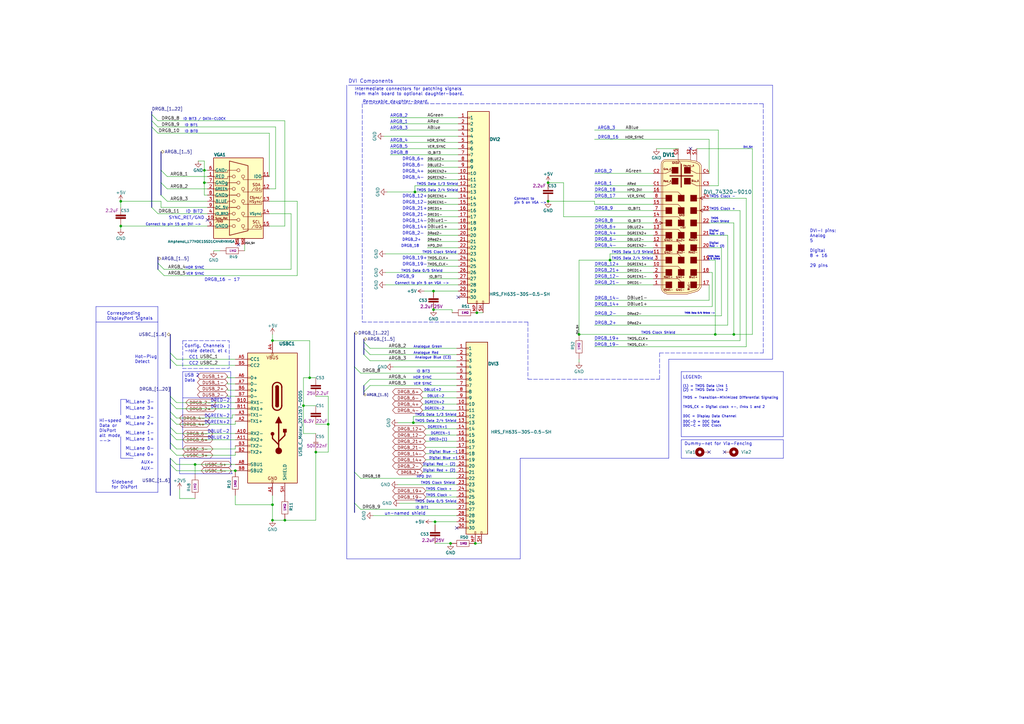
<source format=kicad_sch>
(kicad_sch (version 20230121) (generator eeschema)
  (paper "A3")
  (title_block (title "Open SVGA") (rev "0.14") (comment 1 "Copyright DoomN00b"))
  (junction (at 83.82 69.85))
  (junction (at 127 154.94))
  (junction (at 170.18 78.74))
  (junction (at 224.79 82.55))
  (junction (at 224.79 74.93))
  (junction (at 250.19 106.68))
  (junction (at 49.53 82.55))
  (junction (at 116.84 213.36))
  (junction (at 111.76 213.36))
  (junction (at 124.46 166.37))
  (junction (at 184.785 222.885))
  (junction (at 194.945 222.885))
  (junction (at 169.545 173.355))
  (junction (at 195.58 128.27))
  (junction (at 111.76 139.7))
  (junction (at 300.99 137.16))
  (junction (at 177.8 127))
  (junction (at 237.49 137.16))
  (junction (at 178.435 213.995))
  (junction (at 96.52 193.04))
  (junction (at 49.53 92.71))
  (junction (at 111.76 207.01))
  (junction (at 80.01 190.5))
  (junction (at 83.82 74.93))
  (junction (at 134.62 173.99))
  (junction (at 129.54 185.42))
  (junction (at 177.8 119.38))
  (junction (at 293.37 137.16))
  (no_connect (at 97.79 100.33))
  (no_connect (at 290.83 185.42))
  (no_connect (at 283.21 60.96))
  (no_connect (at 85.09 90.17))
  (no_connect (at 187.96 121.92))
  (no_connect (at 297.18 185.42))
  (no_connect (at 187.325 216.535))
  (bus_entry (at 69.85 171.45) (size 2.54 2.54))
  (bus_entry (at 64.77 52.07) (size -2.54 -2.54))
  (bus_entry (at 145.415 206.375) (size 2.54 2.54))
  (bus_entry (at 69.85 168.91) (size 2.54 2.54))
  (bus_entry (at 69.85 190.5) (size 2.54 2.54))
  (bus_entry (at 69.85 165.1) (size 2.54 2.54))
  (bus_entry (at 69.85 175.26) (size 2.54 2.54))
  (bus_entry (at 68.58 82.55) (size -2.54 -2.54))
  (bus_entry (at 62.23 46.99) (size 2.54 2.54))
  (bus_entry (at 64.77 87.63) (size -2.54 -2.54))
  (bus_entry (at 69.85 177.8) (size 2.54 2.54))
  (bus_entry (at 69.85 187.96) (size 2.54 2.54))
  (bus_entry (at 149.225 145.415) (size 2.54 2.54))
  (bus_entry (at 69.85 162.56) (size 2.54 2.54))
  (bus_entry (at 145.415 150.495) (size 2.54 2.54))
  (bus_entry (at 149.225 158.115) (size 2.54 -2.54))
  (bus_entry (at 69.85 147.32) (size 2.54 2.54))
  (bus_entry (at 64.77 107.95) (size 2.54 2.54))
  (bus_entry (at 64.77 110.49) (size 2.54 2.54))
  (bus_entry (at 145.415 193.675) (size 2.54 2.54))
  (bus_entry (at 69.85 144.78) (size 2.54 2.54))
  (bus_entry (at 149.225 160.655) (size 2.54 -2.54))
  (bus_entry (at 68.58 72.39) (size -2.54 -2.54))
  (bus_entry (at 149.225 142.875) (size 2.54 2.54))
  (bus_entry (at 64.77 54.61) (size -2.54 -2.54))
  (bus_entry (at 69.85 184.15) (size 2.54 2.54))
  (bus_entry (at 149.225 140.335) (size 2.54 2.54))
  (bus_entry (at 69.85 181.61) (size 2.54 2.54))
  (bus_entry (at 68.58 77.47) (size -2.54 -2.54))
  (wire (pts (xy 177.165 213.995) (xy 178.435 213.995)))
  (wire (pts (xy 80.01 194.31) (xy 80.01 190.5)))
  (wire (pts (xy 85.09 80.01) (xy 83.82 80.01)))
  (wire (pts (xy 292.1 111.76) (xy 292.1 125.73)))
  (wire (pts (xy 237.49 148.59) (xy 237.49 147.32)))
  (wire (pts (xy 237.49 106.68) (xy 237.49 137.16)))
  (wire (pts (xy 175.895 114.3) (xy 187.96 114.3)))
  (bus (pts (xy 145.415 136.525) (xy 145.415 150.495)))
  (wire (pts (xy 175.26 93.98) (xy 187.96 93.98)))
  (bus (pts (xy 69.85 165.1) (xy 69.85 168.91)))
  (polyline (pts (xy 321.31 180.34) (xy 321.31 187.96)))
  (wire (pts (xy 151.765 155.575) (xy 187.325 155.575)))
  (wire (pts (xy 298.45 96.52) (xy 298.45 133.35)))
  (bus (pts (xy 69.85 158.75) (xy 69.85 162.56)))
  (polyline (pts (xy 216.535 132.08) (xy 216.535 155.575)) (stroke (width 0) (type dash)))
  (wire (pts (xy 161.29 150.495) (xy 187.325 150.495)))
  (wire (pts (xy 160.02 58.42) (xy 187.96 58.42)))
  (wire (pts (xy 224.79 74.93) (xy 231.14 74.93)))
  (wire (pts (xy 175.26 96.52) (xy 187.96 96.52)))
  (wire (pts (xy 110.49 72.39) (xy 110.49 54.61)))
  (wire (pts (xy 49.53 92.71) (xy 85.09 92.71)))
  (wire (pts (xy 111.76 207.01) (xy 111.76 203.2)))
  (wire (pts (xy 68.58 72.39) (xy 85.09 72.39)))
  (wire (pts (xy 293.37 137.16) (xy 300.99 137.16)))
  (wire (pts (xy 80.01 204.47) (xy 73.66 204.47)))
  (wire (pts (xy 243.84 111.76) (xy 267.97 111.76)))
  (wire (pts (xy 72.39 190.5) (xy 80.01 190.5)))
  (wire (pts (xy 243.84 93.98) (xy 267.97 93.98)))
  (wire (pts (xy 173.355 193.675) (xy 187.325 193.675)))
  (wire (pts (xy 96.52 185.42) (xy 96.52 186.69)))
  (polyline (pts (xy 216.535 155.575) (xy 270.51 155.575)) (stroke (width 0) (type dash)))
  (wire (pts (xy 178.435 213.995) (xy 187.325 213.995)))
  (wire (pts (xy 85.09 85.09) (xy 66.04 85.09)))
  (wire (pts (xy 129.54 162.56) (xy 134.62 162.56)))
  (wire (pts (xy 187.325 206.375) (xy 163.83 206.375)))
  (wire (pts (xy 195.58 128.27) (xy 198.12 128.27)))
  (wire (pts (xy 243.84 125.73) (xy 292.1 125.73)))
  (bus (pts (xy 69.85 177.8) (xy 69.85 181.61)))
  (wire (pts (xy 175.26 91.44) (xy 187.96 91.44)))
  (polyline (pts (xy 148.59 132.08) (xy 216.535 132.08)) (stroke (width 0) (type dash)))
  (wire (pts (xy 231.14 88.9) (xy 267.97 88.9)))
  (wire (pts (xy 175.26 71.12) (xy 187.96 71.12)))
  (wire (pts (xy 111.76 137.16) (xy 111.76 139.7)))
  (wire (pts (xy 290.83 91.44) (xy 300.99 91.44)))
  (wire (pts (xy 243.84 81.28) (xy 267.97 81.28)))
  (wire (pts (xy 187.325 198.755) (xy 163.195 198.755)))
  (wire (pts (xy 243.84 86.36) (xy 267.97 86.36)))
  (wire (pts (xy 243.84 53.34) (xy 294.64 53.34)))
  (wire (pts (xy 72.39 147.32) (xy 96.52 147.32)))
  (polyline (pts (xy 270.51 144.78) (xy 313.055 144.78)) (stroke (width 0) (type dash)))
  (wire (pts (xy 147.955 153.035) (xy 187.325 153.035)))
  (bus (pts (xy 69.85 162.56) (xy 69.85 165.1)))
  (bus (pts (xy 69.85 181.61) (xy 69.85 184.15)))
  (wire (pts (xy 96.52 173.99) (xy 96.52 172.72)))
  (wire (pts (xy 185.42 127) (xy 185.42 128.27)))
  (wire (pts (xy 243.84 109.22) (xy 267.97 109.22)))
  (bus (pts (xy 149.225 160.655) (xy 149.225 161.925)))
  (polyline (pts (xy 279.4 179.07) (xy 321.31 179.07)))
  (bus (pts (xy 69.85 168.91) (xy 69.85 171.45)))
  (wire (pts (xy 175.26 99.06) (xy 187.96 99.06)))
  (polyline (pts (xy 316.865 147.32) (xy 316.865 34.925)))
  (wire (pts (xy 170.18 78.74) (xy 187.96 78.74)))
  (wire (pts (xy 64.77 49.53) (xy 116.84 49.53)))
  (bus (pts (xy 64.77 107.95) (xy 64.77 110.49)))
  (wire (pts (xy 111.76 139.7) (xy 127 139.7)))
  (wire (pts (xy 119.38 110.49) (xy 67.31 110.49)))
  (wire (pts (xy 124.46 154.94) (xy 124.46 166.37)))
  (bus (pts (xy 62.23 52.07) (xy 62.23 85.09)))
  (polyline (pts (xy 95.25 194.31) (xy 73.66 194.31)))
  (wire (pts (xy 95.25 171.45) (xy 95.25 170.18)))
  (wire (pts (xy 243.84 83.82) (xy 243.84 82.55)))
  (wire (pts (xy 113.03 77.47) (xy 113.03 52.07)))
  (wire (pts (xy 124.46 166.37) (xy 129.54 166.37)))
  (bus (pts (xy 149.225 142.875) (xy 149.225 145.415)))
  (wire (pts (xy 174.625 203.835) (xy 187.325 203.835)))
  (wire (pts (xy 72.39 173.99) (xy 96.52 173.99)))
  (wire (pts (xy 187.325 180.975) (xy 174.625 180.975)))
  (polyline (pts (xy 74.93 163.195) (xy 94.615 163.195)))
  (bus (pts (xy 149.225 158.115) (xy 149.225 160.655)))
  (wire (pts (xy 83.82 66.04) (xy 83.82 69.85)))
  (wire (pts (xy 96.52 182.88) (xy 96.52 184.15)))
  (wire (pts (xy 308.61 137.16) (xy 300.99 137.16)))
  (polyline (pts (xy 321.31 187.96) (xy 279.4 187.96)))
  (wire (pts (xy 243.84 76.2) (xy 267.97 76.2)))
  (wire (pts (xy 187.325 178.435) (xy 174.625 178.435)))
  (wire (pts (xy 124.46 166.37) (xy 124.46 177.8)))
  (bus (pts (xy 62.23 45.72) (xy 62.23 46.99)))
  (wire (pts (xy 173.355 168.275) (xy 187.325 168.275)))
  (wire (pts (xy 290.83 76.2) (xy 294.64 76.2)))
  (bus (pts (xy 145.415 150.495) (xy 145.415 193.675)))
  (polyline (pts (xy 142.875 34.925) (xy 316.865 34.925)))
  (wire (pts (xy 93.345 162.56) (xy 96.52 162.56)))
  (wire (pts (xy 93.345 160.02) (xy 96.52 160.02)))
  (polyline (pts (xy 39.37 125.73) (xy 64.77 125.73)))
  (wire (pts (xy 129.54 154.94) (xy 127 154.94)))
  (polyline (pts (xy 39.37 201.93) (xy 39.37 125.73)))
  (polyline (pts (xy 52.07 163.83) (xy 49.53 163.83)))
  (wire (pts (xy 173.355 191.135) (xy 187.325 191.135)))
  (wire (pts (xy 290.83 81.28) (xy 306.07 81.28)))
  (wire (pts (xy 116.84 213.36) (xy 129.54 213.36)))
  (polyline (pts (xy 313.055 144.78) (xy 313.055 42.545)) (stroke (width 0) (type dash)))
  (wire (pts (xy 187.96 104.14) (xy 158.115 104.14)))
  (wire (pts (xy 187.325 183.515) (xy 174.625 183.515)))
  (wire (pts (xy 293.37 106.68) (xy 293.37 137.16)))
  (wire (pts (xy 160.02 53.34) (xy 187.96 53.34)))
  (wire (pts (xy 134.62 162.56) (xy 134.62 173.99)))
  (bus (pts (xy 69.85 187.96) (xy 69.85 190.5)))
  (bus (pts (xy 69.85 175.26) (xy 69.85 177.8)))
  (wire (pts (xy 157.48 55.88) (xy 187.96 55.88)))
  (wire (pts (xy 243.84 82.55) (xy 224.79 82.55)))
  (bus (pts (xy 145.415 206.375) (xy 145.415 210.185)))
  (wire (pts (xy 243.84 133.35) (xy 298.45 133.35)))
  (polyline (pts (xy 313.055 42.545) (xy 148.59 42.545)) (stroke (width 0) (type dash)))
  (wire (pts (xy 243.84 142.24) (xy 306.07 142.24)))
  (wire (pts (xy 147.955 196.215) (xy 187.325 196.215)))
  (wire (pts (xy 93.345 159.385) (xy 93.345 160.02)))
  (polyline (pts (xy 73.66 187.96) (xy 94.615 187.96)))
  (wire (pts (xy 243.84 83.82) (xy 267.97 83.82)))
  (wire (pts (xy 187.96 116.84) (xy 158.115 116.84)))
  (wire (pts (xy 308.61 60.96) (xy 308.61 137.16)))
  (wire (pts (xy 100.33 100.33) (xy 100.33 102.87)))
  (wire (pts (xy 173.355 163.195) (xy 187.325 163.195)))
  (wire (pts (xy 250.19 106.68) (xy 267.97 106.68)))
  (bus (pts (xy 69.85 144.78) (xy 69.85 147.32)))
  (polyline (pts (xy 142.24 34.925) (xy 142.24 229.235)))
  (wire (pts (xy 290.83 96.52) (xy 298.45 96.52)))
  (wire (pts (xy 121.92 113.03) (xy 67.31 113.03)))
  (wire (pts (xy 93.345 161.925) (xy 93.345 162.56)))
  (wire (pts (xy 111.76 213.36) (xy 111.76 207.01)))
  (wire (pts (xy 134.62 173.99) (xy 129.54 173.99)))
  (wire (pts (xy 250.19 104.14) (xy 267.97 104.14)))
  (wire (pts (xy 174.625 201.295) (xy 187.325 201.295)))
  (bus (pts (xy 149.225 139.065) (xy 149.225 140.335)))
  (wire (pts (xy 306.07 81.28) (xy 306.07 142.24)))
  (polyline (pts (xy 274.32 187.96) (xy 274.32 147.32)))
  (wire (pts (xy 175.26 68.58) (xy 187.96 68.58)))
  (wire (pts (xy 187.96 83.82) (xy 175.26 83.82)))
  (wire (pts (xy 127 154.94) (xy 124.46 154.94)))
  (wire (pts (xy 49.53 82.55) (xy 49.53 85.09)))
  (wire (pts (xy 187.96 86.36) (xy 175.26 86.36)))
  (wire (pts (xy 93.345 154.305) (xy 93.345 154.94)))
  (wire (pts (xy 177.8 119.38) (xy 187.96 119.38)))
  (wire (pts (xy 243.84 116.84) (xy 267.97 116.84)))
  (wire (pts (xy 173.355 165.735) (xy 187.325 165.735)))
  (wire (pts (xy 175.26 109.22) (xy 187.96 109.22)))
  (wire (pts (xy 151.765 145.415) (xy 187.325 145.415)))
  (wire (pts (xy 187.325 175.895) (xy 174.625 175.895)))
  (polyline (pts (xy 39.37 201.93) (xy 64.77 201.93)))
  (wire (pts (xy 290.83 116.84) (xy 290.83 123.19)))
  (wire (pts (xy 158.75 78.74) (xy 170.18 78.74)))
  (wire (pts (xy 127 139.7) (xy 127 154.94)))
  (wire (pts (xy 160.02 60.96) (xy 187.96 60.96)))
  (wire (pts (xy 175.26 101.6) (xy 187.96 101.6)))
  (wire (pts (xy 243.84 101.6) (xy 267.97 101.6)))
  (wire (pts (xy 187.325 158.115) (xy 151.765 158.115)))
  (polyline (pts (xy 94.615 152.4) (xy 74.93 152.4)))
  (polyline (pts (xy 49.53 163.83) (xy 49.53 170.18)))
  (wire (pts (xy 134.62 173.99) (xy 134.62 185.42)))
  (polyline (pts (xy 64.77 201.93) (xy 64.77 125.73)))
  (bus (pts (xy 66.04 74.93) (xy 66.04 80.01)))
  (wire (pts (xy 151.765 142.875) (xy 187.325 142.875)))
  (wire (pts (xy 294.64 76.2) (xy 294.64 53.34)))
  (bus (pts (xy 69.85 137.16) (xy 69.85 144.78)))
  (wire (pts (xy 169.545 173.355) (xy 187.325 173.355)))
  (wire (pts (xy 237.49 106.68) (xy 250.19 106.68)))
  (wire (pts (xy 160.02 63.5) (xy 187.96 63.5)))
  (wire (pts (xy 111.76 213.36) (xy 116.84 213.36)))
  (wire (pts (xy 231.14 74.93) (xy 231.14 88.9)))
  (polyline (pts (xy 279.4 152.4) (xy 321.31 152.4)))
  (wire (pts (xy 72.39 184.15) (xy 96.52 184.15)))
  (wire (pts (xy 68.58 77.47) (xy 85.09 77.47)))
  (wire (pts (xy 72.39 180.34) (xy 96.52 180.34)))
  (wire (pts (xy 250.19 104.14) (xy 250.19 106.68)))
  (wire (pts (xy 129.54 213.36) (xy 129.54 185.42)))
  (polyline (pts (xy 148.59 42.545) (xy 148.59 132.08)) (stroke (width 0) (type dash)))
  (wire (pts (xy 290.83 86.36) (xy 303.53 86.36)))
  (polyline (pts (xy 279.4 152.4) (xy 279.4 179.07)))
  (wire (pts (xy 194.945 222.885) (xy 197.485 222.885)))
  (polyline (pts (xy 213.36 229.235) (xy 213.36 187.96)))
  (wire (pts (xy 290.83 71.12) (xy 290.83 57.15)))
  (wire (pts (xy 96.52 207.01) (xy 96.52 203.2)))
  (wire (pts (xy 134.62 185.42) (xy 129.54 185.42)))
  (polyline (pts (xy 142.24 229.235) (xy 213.36 229.235)))
  (wire (pts (xy 243.84 71.12) (xy 267.97 71.12)))
  (wire (pts (xy 110.49 82.55) (xy 121.92 82.55)))
  (wire (pts (xy 96.52 207.01) (xy 111.76 207.01)))
  (bus (pts (xy 69.85 171.45) (xy 69.85 175.26)))
  (bus (pts (xy 145.415 193.675) (xy 145.415 206.375)))
  (wire (pts (xy 64.77 87.63) (xy 85.09 87.63)))
  (wire (pts (xy 110.49 92.71) (xy 116.84 92.71)))
  (wire (pts (xy 72.39 186.69) (xy 96.52 186.69)))
  (wire (pts (xy 124.46 177.8) (xy 129.54 177.8)))
  (wire (pts (xy 110.49 87.63) (xy 119.38 87.63)))
  (wire (pts (xy 175.26 81.28) (xy 187.96 81.28)))
  (wire (pts (xy 72.39 149.86) (xy 96.52 149.86)))
  (bus (pts (xy 62.23 46.99) (xy 62.23 49.53)))
  (wire (pts (xy 170.18 76.2) (xy 170.18 78.74)))
  (wire (pts (xy 175.26 73.66) (xy 187.96 73.66)))
  (polyline (pts (xy 270.51 155.575) (xy 270.51 144.78)) (stroke (width 0) (type dash)))
  (wire (pts (xy 169.545 170.815) (xy 169.545 173.355)))
  (wire (pts (xy 243.84 139.7) (xy 303.53 139.7)))
  (wire (pts (xy 187.325 211.455) (xy 153.035 211.455)))
  (wire (pts (xy 64.77 54.61) (xy 110.49 54.61)))
  (polyline (pts (xy 49.53 187.96) (xy 49.53 179.07)))
  (polyline (pts (xy 321.31 152.4) (xy 321.31 179.07)))
  (wire (pts (xy 93.345 156.845) (xy 93.345 157.48)))
  (wire (pts (xy 116.84 92.71) (xy 116.84 49.53)))
  (wire (pts (xy 121.92 82.55) (xy 121.92 113.03)))
  (polyline (pts (xy 74.93 152.4) (xy 74.93 184.15)))
  (wire (pts (xy 80.01 190.5) (xy 96.52 190.5)))
  (bus (pts (xy 69.85 147.32) (xy 69.85 151.13)))
  (wire (pts (xy 119.38 87.63) (xy 119.38 110.49)))
  (wire (pts (xy 66.04 85.09) (xy 66.04 82.55)))
  (wire (pts (xy 175.26 106.68) (xy 187.96 106.68)))
  (wire (pts (xy 237.49 137.16) (xy 293.37 137.16)))
  (wire (pts (xy 72.39 177.8) (xy 96.52 177.8)))
  (wire (pts (xy 160.02 50.8) (xy 187.96 50.8)))
  (wire (pts (xy 49.53 82.55) (xy 66.04 82.55)))
  (polyline (pts (xy 73.66 194.31) (xy 73.66 187.96)))
  (wire (pts (xy 93.345 157.48) (xy 96.52 157.48)))
  (wire (pts (xy 73.66 204.47) (xy 73.66 200.66)))
  (wire (pts (xy 64.77 52.07) (xy 113.03 52.07)))
  (wire (pts (xy 303.53 86.36) (xy 303.53 139.7)))
  (polyline (pts (xy 279.4 187.96) (xy 279.4 180.34)))
  (polyline (pts (xy 94.615 191.77) (xy 94.615 162.56)))
  (wire (pts (xy 151.765 147.955) (xy 187.325 147.955)))
  (wire (pts (xy 173.99 119.38) (xy 177.8 119.38)))
  (wire (pts (xy 243.84 96.52) (xy 267.97 96.52)))
  (polyline (pts (xy 274.32 147.32) (xy 316.865 147.32)))
  (wire (pts (xy 300.99 91.44) (xy 300.99 137.16)))
  (bus (pts (xy 66.04 69.85) (xy 66.04 74.93)))
  (wire (pts (xy 147.955 208.915) (xy 187.325 208.915)))
  (polyline (pts (xy 279.4 180.34) (xy 321.31 180.34)))
  (polyline (pts (xy 94.615 162.56) (xy 94.615 152.4)))
  (wire (pts (xy 173.355 160.655) (xy 187.325 160.655)))
  (wire (pts (xy 243.84 114.3) (xy 267.97 114.3)))
  (wire (pts (xy 49.53 92.71) (xy 49.53 93.98)))
  (wire (pts (xy 93.345 154.94) (xy 96.52 154.94)))
  (polyline (pts (xy 39.37 132.08) (xy 64.77 132.08)))
  (wire (pts (xy 243.84 78.74) (xy 267.97 78.74)))
  (wire (pts (xy 163.195 173.355) (xy 169.545 173.355)))
  (wire (pts (xy 187.96 88.9) (xy 175.26 88.9)))
  (wire (pts (xy 295.91 101.6) (xy 295.91 129.54)))
  (wire (pts (xy 174.625 186.055) (xy 187.325 186.055)))
  (wire (pts (xy 177.8 127) (xy 185.42 127)))
  (wire (pts (xy 243.84 129.54) (xy 295.91 129.54)))
  (wire (pts (xy 243.84 91.44) (xy 267.97 91.44)))
  (bus (pts (xy 69.85 190.5) (xy 69.85 203.2)))
  (wire (pts (xy 174.625 188.595) (xy 187.325 188.595)))
  (wire (pts (xy 85.09 74.93) (xy 83.82 74.93)))
  (wire (pts (xy 175.26 66.04) (xy 187.96 66.04)))
  (bus (pts (xy 149.225 140.335) (xy 149.225 142.875)))
  (wire (pts (xy 113.03 77.47) (xy 110.49 77.47)))
  (wire (pts (xy 170.18 76.2) (xy 187.96 76.2)))
  (polyline (pts (xy 94.615 193.04) (xy 95.25 194.31)))
  (wire (pts (xy 243.84 123.19) (xy 290.83 123.19)))
  (wire (pts (xy 187.96 111.76) (xy 158.115 111.76)))
  (wire (pts (xy 285.75 60.96) (xy 308.61 60.96)))
  (wire (pts (xy 83.82 80.01) (xy 83.82 74.93)))
  (wire (pts (xy 178.435 213.995) (xy 178.435 215.265)))
  (wire (pts (xy 169.545 170.815) (xy 187.325 170.815)))
  (wire (pts (xy 85.09 69.85) (xy 83.82 69.85)))
  (wire (pts (xy 243.84 57.15) (xy 290.83 57.15)))
  (wire (pts (xy 160.02 48.26) (xy 187.96 48.26)))
  (wire (pts (xy 72.39 167.64) (xy 96.52 167.64)))
  (wire (pts (xy 243.84 99.06) (xy 267.97 99.06)))
  (wire (pts (xy 290.83 101.6) (xy 295.91 101.6)))
  (bus (pts (xy 66.04 62.23) (xy 66.04 69.85)))
  (wire (pts (xy 269.24 60.96) (xy 278.13 60.96)))
  (bus (pts (xy 64.77 105.41) (xy 64.77 107.95)))
  (wire (pts (xy 290.83 111.76) (xy 292.1 111.76)))
  (wire (pts (xy 68.58 82.55) (xy 85.09 82.55)))
  (wire (pts (xy 90.17 102.87) (xy 87.63 102.87)))
  (wire (pts (xy 290.83 106.68) (xy 293.37 106.68)))
  (wire (pts (xy 72.39 193.04) (xy 96.52 193.04)))
  (bus (pts (xy 62.23 49.53) (xy 62.23 52.07)))
  (polyline (pts (xy 213.36 187.96) (xy 274.32 187.96)))
  (wire (pts (xy 72.39 171.45) (xy 95.25 171.45)))
  (wire (pts (xy 81.28 66.04) (xy 83.82 66.04)))
  (wire (pts (xy 72.39 165.1) (xy 96.52 165.1)))
  (polyline (pts (xy 54.61 187.96) (xy 49.53 187.96)))
  (wire (pts (xy 178.435 222.885) (xy 184.785 222.885)))
  (wire (pts (xy 83.82 74.93) (xy 83.82 69.85)))
  (wire (pts (xy 95.25 170.18) (xy 96.52 170.18)))
  (rectangle (start 74.93 139.7) (end 93.98 151.13) (stroke (width 0) (type dash)))
  (text "DRGB_4-" (at 173.99 73.66 0) (effects (font (size 1.27 1.27)) (justify right bottom)))
  (text "DRED+2" (at 86.36 167.64 0) (effects (font (size 1.27 1.27)) (justify left bottom)))
  (text "DRGB_19+" (at 254 139.7 0) (effects (font (size 1.27 1.27)) (justify right bottom)))
  (text "DRGB_18" (at 164.465 101.6 0) (effects (font (size 1.0922 1.0922)) (justify left bottom)))
  (text "DRGB_21+" (at 243.84 111.76 0) (effects (font (size 1.27 1.27)) (justify left bottom)))
  (text "ID BIT2" (at 76.2 87.63 0) (effects (font (size 1.27 1.27)) (justify left bottom)))
  (text "DRGB_12-" (at 175.26 83.82 0) (effects (font (size 1.27 1.27)) (justify right bottom)))
  (text "DGREEN+1" (at 183.515 175.895 0) (effects (font (size 0.9906 0.9906)) (justify right bottom)))
  (text "DRGB_19-" (at 254 142.24 0) (effects (font (size 1.27 1.27)) (justify right bottom)))
  (text "Intermediate connectors for patching signals \nfrom main board to optional daughter-board." (at 145.415 39.37 0) (effects (font (size 1.27 1.27)) (justify left bottom)))
  (text "Hot-Plug \nDetect" (at 55.245 149.225 0) (effects (font (size 1.27 1.27)) (justify left bottom)))
  (text "DRGB_8" (at 160.02 63.5 0) (effects (font (size 1.27 1.27)) (justify left bottom)))
  (text "DRGB_8" (at 251.46 91.44 0) (effects (font (size 1.27 1.27)) (justify right bottom)))
  (text "TMDS Data 1/3 Shield" (at 250.825 104.14 0) (effects (font (size 0.9906 0.9906)) (justify left bottom)))
  (text "DGREEN-1" (at 184.785 178.435 0) (effects (font (size 0.9906 0.9906)) (justify right bottom)))
  (text "Hi-speed \nData or \nDisPort \nalt mode\n-->" (at 40.64 181.61 0) (effects (font (size 1.27 1.27)) (justify left bottom)))
  (text "ML_Lane 2-" (at 51.435 172.085 0) (effects (font (size 1.27 1.27)) (justify left bottom)))
  (text "AUX+" (at 57.785 190.5 0) (effects (font (size 1.27 1.27)) (justify left bottom)))
  (text "DVI Components" (at 142.875 34.29 0) (effects (font (size 1.4986 1.4986)) (justify left bottom)))
  (text "DRGB_6-" (at 173.99 68.58 0) (effects (font (size 1.27 1.27)) (justify right bottom)))
  (text "DBLUE+2" (at 180.975 160.655 0) (effects (font (size 0.9906 0.9906)) (justify right bottom)))
  (text "Connect to pin 5 on VGA ->" (at 161.925 116.84 0) (effects (font (size 0.9906 0.9906)) (justify left bottom)))
  (text "Connect to \npin 5 on VGA ->" (at 210.82 83.82 0) (effects (font (size 0.9906 0.9906)) (justify left bottom)))
  (text "ID BIT3" (at 170.815 153.035 0) (effects (font (size 0.9906 0.9906)) (justify left bottom)))
  (text "ML_Lane 1+" (at 51.435 180.975 0) (effects (font (size 1.27 1.27)) (justify left bottom)))
  (text "TMDS Data 0/5 Shield\n" (at 187.325 206.375 0) (effects (font (size 0.9906 0.9906)) (justify right bottom)))
  (text "DRGB_21-" (at 243.84 116.84 0) (effects (font (size 1.27 1.27)) (justify left bottom)))
  (text "DBLUE+2" (at 85.09 180.34 0) (effects (font (size 1.27 1.27)) (justify left bottom)))
  (text "Digital \nRed - (2)" (at 290.83 101.6 0) (effects (font (size 0.7874 0.7874)) (justify left bottom)))
  (text "DBLUE-2" (at 85.09 177.8 0) (effects (font (size 1.27 1.27)) (justify left bottom)))
  (text "DGREEN+2" (at 83.82 173.99 0) (effects (font (size 1.27 1.27)) (justify left bottom)))
  (text "TMDS Clock Shield" (at 187.325 104.14 0) (effects (font (size 0.9906 0.9906)) (justify right bottom)))
  (text "DRGB_4+" (at 173.99 71.12 0) (effects (font (size 1.27 1.27)) (justify right bottom)))
  (text "TMDS Data 0/5 Shield ->" (at 280.67 128.905 0) (effects (font (size 0.6096 0.6096)) (justify left bottom)))
  (text "ARGB_3" (at 245.11 53.34 0) (effects (font (size 1.27 1.27)) (justify left bottom)))
  (text "Digital Red + (2)" (at 173.355 193.675 0) (effects (font (size 0.9906 0.9906)) (justify left bottom)))
  (text "DRGB_16" (at 245.11 57.15 0) (effects (font (size 1.27 1.27)) (justify left bottom)))
  (text "DRGB_2-" (at 243.84 129.54 0) (effects (font (size 1.27 1.27)) (justify left bottom)))
  (text "DGREEN-2" (at 182.245 168.275 0) (effects (font (size 0.9906 0.9906)) (justify right bottom)))
  (text "DRGB_6+" (at 243.84 93.98 0) (effects (font (size 1.27 1.27)) (justify left bottom)))
  (text "TMDS Data 1/3 Shield" (at 170.815 76.2 0) (effects (font (size 0.9906 0.9906)) (justify left bottom)))
  (text "DRGB_21-" (at 175.26 88.9 0) (effects (font (size 1.27 1.27)) (justify right bottom)))
  (text "HOR SYNC" (at 83.82 110.49 0) (effects (font (size 0.9906 0.9906)) (justify right bottom)))
  (text "DRGB_9" (at 162.56 114.3 0) (effects (font (size 1.27 1.27)) (justify left bottom)))
  (text "DGREEN+2" (at 182.245 165.735 0) (effects (font (size 0.9906 0.9906)) (justify right bottom)))
  (text "ML_Lane 2+" (at 51.435 174.625 0) (effects (font (size 1.27 1.27)) (justify left bottom)))
  (text "Corresponding\nDisplayPort Signals" (at 43.815 131.445 0) (effects (font (size 1.27 1.27)) (justify left bottom)))
  (text "ID BIT0" (at 81.28 54.61 0) (effects (font (size 0.9906 0.9906)) (justify right bottom)))
  (text "DRGB_2-" (at 173.99 96.52 0) (effects (font (size 1.27 1.27)) (justify right bottom)))
  (text "DGREEN-2" (at 83.82 171.45 0) (effects (font (size 1.27 1.27)) (justify left bottom)))
  (text "TMDS Clock Shield" (at 186.69 198.755 0) (effects (font (size 0.9906 0.9906)) (justify right bottom)))
  (text "ARGB_2" (at 160.02 48.26 0) (effects (font (size 1.27 1.27)) (justify left bottom)))
  (text "DVI_SH" (at 304.8 60.96 0) (effects (font (size 0.75 0.75)) (justify left bottom)))
  (text "Digital Red - (2)" (at 173.355 191.135 0) (effects (font (size 0.9906 0.9906)) (justify left bottom)))
  (text "DRGB_14-" (at 175.26 91.44 0) (effects (font (size 1.27 1.27)) (justify right bottom)))
  (text "Analogue Blue (C3)" (at 170.18 147.32 0) (effects (font (size 0.9906 0.9906)) (justify left bottom)))
  (text "VER SYNC" (at 177.165 158.115 0) (effects (font (size 0.9906 0.9906)) (justify right bottom)))
  (text "Config. Channels\n-role detect, et c" (at 75.565 144.78 0) (effects (font (size 1.27 1.27)) (justify left bottom)))
  (text "TMDS Data 0/5 Shield\n" (at 181.61 111.76 0) (effects (font (size 0.9906 0.9906)) (justify right bottom)))
  (text "ARGB_1" (at 243.84 76.2 0) (effects (font (size 1.27 1.27)) (justify left bottom)))
  (text "Sideband\nfor DisPort" (at 45.72 200.66 0) (effects (font (size 1.27 1.27)) (justify left bottom)))
  (text "ML_Lane 3+" (at 51.435 168.275 0) (effects (font (size 1.27 1.27)) (justify left bottom)))
  (text "ML_Lane 3-" (at 51.435 165.735 0) (effects (font (size 1.27 1.27)) (justify left bottom)))
  (text "Removable daughter-board." (at 148.59 42.545 0) (effects (font (size 1.27 1.27) italic) (justify left bottom)))
  (text "DBLUE-2" (at 182.245 163.195 0) (effects (font (size 0.9906 0.9906)) (justify right bottom)))
  (text "HOR SYNC" (at 177.165 155.575 0) (effects (font (size 0.9906 0.9906)) (justify right bottom)))
  (text "ARGB_5" (at 160.02 60.96 0) (effects (font (size 1.27 1.27)) (justify left bottom)))
  (text "Dummy-net for Via-Fencing" (at 280.67 182.88 0) (effects (font (size 1.27 1.27)) (justify left bottom)))
  (text "ML_Lane 1-" (at 51.435 178.435 0) (effects (font (size 1.27 1.27)) (justify left bottom)))
  (text "SYNC_RET/GND" (at 83.82 90.17 0) (effects (font (size 1.27 1.27)) (justify right bottom)))
  (text "USB 2\nData" (at 75.565 156.845 0) (effects (font (size 1.27 1.27)) (justify left bottom)))
  (text "DRGB_6-" (at 243.84 99.06 0) (effects (font (size 1.27 1.27)) (justify left bottom)))
  (text "DRGB_17" (at 243.84 81.28 0) (effects (font (size 1.27 1.27)) (justify left bottom)))
  (text "(1) = TMDS Data Link 1\n(2) = TMDS Data Link 2\n\nTMDS = Transition-Minimized Differential Signaling\n" (at 280.035 163.83 0) (effects (font (size 0.9906 0.9906)) (justify left bottom)))
  (text "DRED-2" (at 86.36 165.1 0) (effects (font (size 1.27 1.27)) (justify left bottom)))
  (text "DRGB_12+" (at 243.84 109.22 0) (effects (font (size 1.27 1.27)) (justify left bottom)))
  (text "DRGB_4-" (at 243.84 101.6 0) (effects (font (size 1.27 1.27)) (justify left bottom)))
  (text "DDC-D = DDC Data \nDDC-C = DDC Clock" (at 280.035 175.26 0) (effects (font (size 0.9906 0.9906)) (justify left bottom)))
  (text "TMDS Data 1/3 Shield" (at 170.18 170.815 0) (effects (font (size 0.9906 0.9906)) (justify left bottom)))
  (text "Digital \nRed + (2)" (at 290.83 96.52 0) (effects (font (size 0.7874 0.7874)) (justify left bottom)))
  (text "ID BIT1" (at 81.28 52.07 0) (effects (font (size 0.9906 0.9906)) (justify right bottom)))
  (text "DRGB_9" (at 251.46 86.36 0) (effects (font (size 1.27 1.27)) (justify right bottom)))
  (text "DRGB_19-" (at 175.26 109.22 0) (effects (font (size 1.27 1.27)) (justify right bottom)))
  (text "LEGEND:" (at 280.035 155.575 0) (effects (font (size 1.27 1.27)) (justify left bottom)))
  (text "ARGB_4" (at 160.02 58.42 0) (effects (font (size 1.27 1.27)) (justify left bottom)))
  (text "DRGB_12+" (at 175.26 81.28 0) (effects (font (size 1.27 1.27)) (justify right bottom)))
  (text "DRGB_14-" (at 243.84 123.19 0) (effects (font (size 1.27 1.27)) (justify left bottom)))
  (text "ARGB_2" (at 243.84 71.12 0) (effects (font (size 1.27 1.27)) (justify left bottom)))
  (text "ID BIT1" (at 175.895 208.915 0) (effects (font (size 0.9906 0.9906)) (justify right bottom)))
  (text "Connect to pin 15 on DVI ->" (at 59.69 92.71 0) (effects (font (size 0.9906 0.9906)) (justify left bottom)))
  (text "DRGB_2+" (at 172.72 99.06 0) (effects (font (size 1.0922 1.0922)) (justify right bottom)))
  (text "TMDS_CK = Digital clock +-, links 1 and 2" (at 280.035 167.64 0) (effects (font (size 0.9906 0.9906)) (justify left bottom)))
  (text "DDC = Display Data Channel" (at 280.035 171.45 0) (effects (font (size 0.9906 0.9906)) (justify left bottom)))
  (text "CC2\n" (at 77.47 149.86 0) (effects (font (size 1.27 1.27)) (justify left bottom)))
  (text "DRGB_2+" (at 243.84 133.35 0) (effects (font (size 1.27 1.27)) (justify left bottom)))
  (text "DRGB_19+" (at 175.26 106.68 0) (effects (font (size 1.27 1.27)) (justify right bottom)))
  (text "ARGB_3" (at 160.02 53.34 0) (effects (font (size 1.27 1.27)) (justify left bottom)))
  (text "DRGB_14+" (at 243.84 125.73 0) (effects (font (size 1.27 1.27)) (justify left bottom)))
  (text "TMDS Data 2/4 Shield" (at 170.18 173.355 0) (effects (font (size 0.9906 0.9906)) (justify left bottom)))
  (text "DRED+(1)" (at 183.515 180.975 0) (effects (font (size 0.9906 0.9906)) (justify right bottom)))
  (text "TMDS Data 2/4 Shield" (at 250.825 106.68 0) (effects (font (size 0.9906 0.9906)) (justify left bottom)))
  (text "ARGB_1" (at 160.02 50.8 0) (effects (font (size 1.27 1.27)) (justify left bottom)))
  (text "un-named shield" (at 174.625 211.455 0) (effects (font (size 1.27 1.27)) (justify right bottom)))
  (text "DVI-I pins:\nAnalog\n5\n\nDigital\n8 + 16\n\n29 pins" (at 332.105 109.855 0) (effects (font (size 1.27 1.27)) (justify left bottom)))
  (text "HPD DVI" (at 170.815 196.215 0) (effects (font (size 0.9906 0.9906)) (justify left bottom)))
  (text "CC1" (at 77.47 147.32 0) (effects (font (size 1.27 1.27)) (justify left bottom)))
  (text "DRGB_12-" (at 243.84 114.3 0) (effects (font (size 1.27 1.27)) (justify left bottom)))
  (text "DRGB_21+" (at 175.26 86.36 0) (effects (font (size 1.27 1.27)) (justify right bottom)))
  (text "Analogue Red" (at 169.545 145.415 0) (effects (font (size 0.9906 0.9906)) (justify left bottom)))
  (text "Digital Blue -1" (at 175.895 186.055 0) (effects (font (size 0.9906 0.9906)) (justify left bottom)))
  (text "TMDS Clock -\n" (at 290.83 81.28 0) (effects (font (size 0.9906 0.9906)) (justify left bottom)))
  (text "AUX-" (at 57.785 193.04 0) (effects (font (size 1.27 1.27)) (justify left bottom)))
  (text "TMDS Clock Shield" (at 262.89 137.16 0) (effects (font (size 0.9906 0.9906)) (justify left bottom)))
  (text "ML_Lane 0-" (at 51.435 184.785 0) (effects (font (size 1.27 1.27)) (justify left bottom)))
  (text "DRGB_18" (at 243.84 78.74 0) (effects (font (size 1.27 1.27)) (justify left bottom)))
  (text "TMDS Data \n0/5 Shield" (at 290.195 106.68 0) (effects (font (size 0.6096 0.6096)) (justify left bottom)))
  (text "TMDS Clock -\n" (at 174.625 203.835 0) (effects (font (size 0.9906 0.9906)) (justify left bottom)))
  (text "Analogue Green" (at 169.545 142.875 0) (effects (font (size 0.9906 0.9906)) (justify left bottom)))
  (text "TMDS \nClock Shield" (at 291.465 91.44 0) (effects (font (size 0.7874 0.7874)) (justify left bottom)))
  (text "ML_Lane 0+" (at 51.435 187.325 0) (effects (font (size 1.27 1.27)) (justify left bottom)))
  (text "DRGB_6+" (at 173.99 66.04 0) (effects (font (size 1.27 1.27)) (justify right bottom)))
  (text "DRGB_4+" (at 243.84 96.52 0) (effects (font (size 1.27 1.27)) (justify left bottom)))
  (text "ID BIT3 / DATA-CLOCK" (at 92.71 49.53 0) (effects (font (size 0.9906 0.9906)) (justify right bottom)))
  (text "TMDS Clock +\n" (at 290.83 86.36 0) (effects (font (size 0.9906 0.9906)) (justify left bottom)))
  (text "TMDS Data 2/4 Shield" (at 170.815 78.74 0) (effects (font (size 0.9906 0.9906)) (justify left bottom)))
  (text "Digital Blue +1" (at 175.895 188.595 0) (effects (font (size 0.9906 0.9906)) (justify left bottom)))
  (text "DRGB_16 - 17" (at 83.82 115.57 0) (effects (font (size 1.27 1.27)) (justify left bottom)))
  (text "TMDS Clock +\n" (at 174.625 201.295 0) (effects (font (size 0.9906 0.9906)) (justify left bottom)))
  (text "DRGB_14+" (at 175.26 93.98 0) (effects (font (size 1.27 1.27)) (justify right bottom)))
  (text "VER SYNC" (at 83.82 113.03 0) (effects (font (size 0.9906 0.9906)) (justify right bottom)))
  (label "DRed2+" (at 175.26 99.06 0) (effects (font (size 0.9906 0.9906))))
  (label "ABlue" (at 175.26 53.34 0))
  (label "ARed" (at 175.26 50.8 0))
  (label "ARGB_1" (at 69.85 72.39 0))
  (label "DGREEN2+" (at 257.175 96.52 0) (effects (font (size 0.9906 0.9906))))
  (label "ARGB_3" (at 69.85 82.55 0))
  (label "HPD_DVI" (at 257.175 78.74 0) (effects (font (size 0.9906 0.9906))))
  (label "TMDS_CLK+" (at 257.175 139.7 0) (effects (font (size 0.9906 0.9906))))
  (label "DRed2-" (at 175.26 96.52 0) (effects (font (size 0.9906 0.9906))))
  (label "DGREEN1-" (at 257.175 114.3 0) (effects (font (size 0.9906 0.9906))))
  (label "DGREEN1+" (at 175.26 81.28 0) (effects (font (size 0.9906 0.9906))))
  (label "HPD_DVI" (at 175.26 101.6 0) (effects (font (size 0.9906 0.9906))))
  (label "DBLUE2-" (at 175.26 68.58 0) (effects (font (size 0.9906 0.9906))))
  (label "VGA_SH" (at 100.33 100.33 0) (effects (font (size 0.75 0.75))))
  (label "DRED1+" (at 175.26 86.36 0) (effects (font (size 0.9906 0.9906))))
  (label "DRed2-" (at 257.175 129.54 0) (effects (font (size 0.9906 0.9906))))
  (label "ID_BIT1" (at 175.895 114.3 0) (effects (font (size 0.9906 0.9906))))
  (label "DGREEN1-" (at 175.26 83.82 0) (effects (font (size 0.9906 0.9906))))
  (label "DRGB_10" (at 73.66 54.61 180))
  (label "DRGB_[1..22]" (at 62.23 45.72 0))
  (label "DRGB_8" (at 73.66 49.53 180))
  (label "DRed2+" (at 257.175 133.35 0) (effects (font (size 0.9906 0.9906))))
  (label "AGreen" (at 175.26 48.26 0))
  (label "DBLUE2+" (at 257.175 93.98 0) (effects (font (size 0.9906 0.9906))))
  (label "ARGB_5" (at 159.385 158.115 0))
  (label "DGREEN2-" (at 175.26 73.66 0) (effects (font (size 0.9906 0.9906))))
  (label "TMDS_CLK+" (at 175.26 106.68 0) (effects (font (size 0.9906 0.9906))))
  (label "USBC_1" (at 81.915 147.32 0))
  (label "VER_SYNC" (at 182.88 60.96 180) (effects (font (size 0.9906 0.9906))))
  (label "ID_BIT3" (at 262.89 91.44 180) (effects (font (size 0.9906 0.9906))))
  (label "DRGB_9" (at 148.59 208.915 0))
  (label "TMDS_CLK-" (at 257.175 142.24 0) (effects (font (size 0.9906 0.9906))))
  (label "DRGB_11" (at 73.66 87.63 180))
  (label "DRGB_18" (at 148.59 196.215 0) (effects (font (size 1.0922 1.0922))))
  (label "DGREEN2+" (at 175.26 71.12 0) (effects (font (size 0.9906 0.9906))))
  (label "DRED1+" (at 257.175 111.76 0) (effects (font (size 0.9906 0.9906))))
  (label "DBlue1+" (at 175.26 93.98 0))
  (label "DBLUE2-" (at 257.175 99.06 0) (effects (font (size 0.9906 0.9906))))
  (label "DBlue1-" (at 257.175 123.19 0))
  (label "ARed" (at 257.175 76.2 0) (effects (font (size 0.9906 0.9906))))
  (label "ARGB_4" (at 159.385 155.575 0))
  (label "USBC_2" (at 81.915 149.86 0))
  (label "DRED1-" (at 175.26 88.9 0) (effects (font (size 0.9906 0.9906))))
  (label "VER_SYNC" (at 264.795 81.28 180) (effects (font (size 0.9906 0.9906))))
  (label "USBC_[1..6]" (at 69.85 198.12 180))
  (label "ARGB_5" (at 76.2 113.03 180))
  (label "ARGB_2" (at 159.385 142.875 0))
  (label "DGREEN1+" (at 257.175 109.22 0) (effects (font (size 0.9906 0.9906))))
  (label "AGreen" (at 256.54 71.12 0))
  (label "TMDS_CLK-" (at 175.26 109.22 0) (effects (font (size 0.9906 0.9906))))
  (label "ARGB_2" (at 69.85 77.47 0))
  (label "ID_BIT3" (at 175.26 63.5 0) (effects (font (size 0.9906 0.9906))))
  (label "DBlue1+" (at 257.175 125.73 0))
  (label "HOR_SYNC" (at 264.16 57.15 180) (effects (font (size 0.9906 0.9906))))
  (label "DBLUE2+" (at 175.26 66.04 0) (effects (font (size 0.9906 0.9906))))
  (label "ARGB_4" (at 76.2 110.49 180))
  (label "DRGB_[1..20]" (at 69.85 160.655 180))
  (label "ID_BIT1" (at 262.89 86.36 180) (effects (font (size 0.9906 0.9906))))
  (label "HOR_SYNC" (at 182.88 58.42 180) (effects (font (size 0.9906 0.9906))))
  (label "DVI_SH" (at 237.49 137.16 90) (effects (font (size 0.75 0.75))))
  (label "DRED1-" (at 257.175 116.84 0) (effects (font (size 0.9906 0.9906))))
  (label "DRGB_9" (at 73.66 52.07 180))
  (label "DGREEN2-" (at 257.175 101.6 0) (effects (font (size 0.9906 0.9906))))
  (label "ARGB_1" (at 159.385 145.415 0))
  (label "ARGB_3" (at 159.385 147.955 0))
  (label "ABlue" (at 256.54 53.34 0))
  (label "DBlue1-" (at 175.26 91.44 0))
  (label "DRGB_8" (at 148.59 153.035 0))
  (global_label "DUSB_1-" (shape bidirectional) (at 93.345 156.845 180) (property "Intersheetrefs" "${INTERSHEET_REFS}" (effects hide)))
  (global_label "DUSB_2+" (shape bidirectional) (at 93.345 159.385 180) (property "Intersheetrefs" "${INTERSHEET_REFS}" (effects hide)))
  (global_label "DRGB_6+" (shape bidirectional) (at 74.93 180.34 0) (property "Intersheetrefs" "${INTERSHEET_REFS}" (effects hide)))
  (global_label "DRGB_21+" (shape bidirectional) (at 174.625 180.975 180) (property "Intersheetrefs" "${INTERSHEET_REFS}" (effects hide)))
  (global_label "DRGB_2+" (shape bidirectional) (at 173.355 193.675 180) (effects (font (size 1.0922 1.0922))) (property "Intersheetrefs" "${INTERSHEET_REFS}" (effects hide)))
  (global_label "DRGB_19-" (shape bidirectional) (at 174.625 203.835 180) (property "Intersheetrefs" "${INTERSHEET_REFS}" (effects hide)))
  (global_label "DRGB_12+" (shape bidirectional) (at 174.625 175.895 180) (property "Intersheetrefs" "${INTERSHEET_REFS}" (effects hide)))
  (global_label "DRGB_4+" (shape bidirectional) (at 173.355 165.735 180) (property "Intersheetrefs" "${INTERSHEET_REFS}" (effects hide)))
  (global_label "DRGB_6+" (shape bidirectional) (at 173.355 160.655 180) (property "Intersheetrefs" "${INTERSHEET_REFS}" (effects hide)))
  (global_label "DRGB_12-" (shape bidirectional) (at 174.625 178.435 180) (property "Intersheetrefs" "${INTERSHEET_REFS}" (effects hide)))
  (global_label "DRGB_2-" (shape bidirectional) (at 76.2 165.1 0) (property "Intersheetrefs" "${INTERSHEET_REFS}" (effects hide)))
  (global_label "DUSB_2-" (shape bidirectional) (at 93.345 161.925 180) (property "Intersheetrefs" "${INTERSHEET_REFS}" (effects hide)))
  (global_label "DRGB_6-" (shape bidirectional) (at 74.93 177.8 0) (property "Intersheetrefs" "${INTERSHEET_REFS}" (effects hide)))
  (global_label "USBC_3-" (shape bidirectional) (at 74.93 184.15 0) (property "Intersheetrefs" "${INTERSHEET_REFS}" (effects hide)))
  (global_label "DUSB_1+" (shape bidirectional) (at 93.345 154.305 180) (property "Intersheetrefs" "${INTERSHEET_REFS}" (effects hide)))
  (global_label "DRGB_14+" (shape bidirectional) (at 174.625 188.595 180) (property "Intersheetrefs" "${INTERSHEET_REFS}" (effects hide)))
  (global_label "DRGB_4+" (shape bidirectional) (at 73.66 173.99 0) (property "Intersheetrefs" "${INTERSHEET_REFS}" (effects hide)))
  (global_label "DRGB_6-" (shape bidirectional) (at 173.355 163.195 180) (property "Intersheetrefs" "${INTERSHEET_REFS}" (effects hide)))
  (global_label "USBC_5-" (shape bidirectional) (at 82.55 193.04 0) (property "Intersheetrefs" "${INTERSHEET_REFS}" (effects hide)))
  (global_label "USBC_3+" (shape bidirectional) (at 74.93 186.69 0) (property "Intersheetrefs" "${INTERSHEET_REFS}" (effects hide)))
  (global_label "DRGB_2-" (shape bidirectional) (at 173.355 191.135 180) (property "Intersheetrefs" "${INTERSHEET_REFS}" (effects hide)))
  (global_label "DRGB_4-" (shape bidirectional) (at 73.66 171.45 0) (property "Intersheetrefs" "${INTERSHEET_REFS}" (effects hide)))
  (global_label "DRGB_2+" (shape bidirectional) (at 76.2 167.64 0) (property "Intersheetrefs" "${INTERSHEET_REFS}" (effects hide)))
  (global_label "DRGB_21-" (shape bidirectional) (at 174.625 183.515 180) (property "Intersheetrefs" "${INTERSHEET_REFS}" (effects hide)))
  (global_label "DRGB_19+" (shape bidirectional) (at 174.625 201.295 180) (property "Intersheetrefs" "${INTERSHEET_REFS}" (effects hide)))
  (global_label "DRGB_4-" (shape bidirectional) (at 173.355 168.275 180) (property "Intersheetrefs" "${INTERSHEET_REFS}" (effects hide)))
  (global_label "USBC_5+" (shape bidirectional) (at 82.55 190.5 0) (property "Intersheetrefs" "${INTERSHEET_REFS}" (effects hide)))
  (global_label "DRGB_14-" (shape bidirectional) (at 174.625 186.055 180) (property "Intersheetrefs" "${INTERSHEET_REFS}" (effects hide)))
  (hierarchical_label "ARGB_[1..5]" (shape bidirectional) (at 149.225 139.065 0))
  (hierarchical_label "ARGB_[1..5]" (shape bidirectional) (at 66.04 62.23 0))
  (hierarchical_label "ARGB_[1..5]" (shape bidirectional) (at 64.77 106.045 0))
  (hierarchical_label "DRGB_[1..22]" (shape bidirectional) (at 145.415 136.525 0))
  (hierarchical_label "USBC_[1..6]" (shape bidirectional) (at 69.85 137.16 180))
  (hierarchical_label "ARGB_[1..5]" (shape bidirectional) (at 149.225 161.925 0) (effects (font (size 1 1))))
  (symbol (lib_id "power:GND") (at 87.63 102.87 0) (mirror y) (unit 1)
    (property "Reference" "#PWR047" (effects hide))
    (property "Value" "GND" (at 87.63 106.68 0))
  )
  (symbol (lib_id "power:GND") (at 81.28 66.04 0) (unit 1)
    (property "Reference" "#PWR049" (effects hide))
    (property "Value" "GND" (at 81.28 69.85 0))
  )
  (symbol (lib_id "power:+5V") (at 111.76 137.16 0) (unit 1)
    (property "Reference" "#PWR052" (effects hide))
    (property "Value" "+5V" (at 111.76 133.604 0))
  )
  (symbol (lib_id "LRJ-parts:USB_C_Molex_201267-0005") (at 111.76 172.72 0) (unit 1)
    (property "Reference" "USBC1" (at 114.3 140.97 0) (effects (font bold) (justify left)))
    (property "Value" "USB_C_Molex_201267-0005" (at 123.19 160.02 90) (effects (justify right)))
    (property "Footprint" "LRJ:USB-C_Receptacle_2012670005" (effects hide))
    (property "Datasheet" "https://www.molex.com/pdm_docs/sd/2012670005_sd.pdf" (effects hide))
    (property "Manufacturer" "Molex" (effects hide))
    (property "Type" "Hybrid" (effects hide))
    (property "Voltage rating" "30V" (effects hide))
    (property "Current rating" "5A" (effects hide))
    (property "Description" "USB Connector, 24-pin Type C, SMT, Receptacle, 30V, 5A" (effects hide))
    (property "MPN" "201267-0005" (effects hide))
    (property "Sim.Enable" "0" (effects hide))
  )
  (symbol (lib_id "power:GND") (at 111.76 213.36 0) (unit 1)
    (property "Reference" "#PWR050" (effects hide))
    (property "Value" "GND" (at 111.76 217.17 0))
  )
  (symbol (lib_id "power:+2V5") (at 73.66 200.66 0) (unit 1)
    (property "Reference" "#PWR048" (effects hide))
    (property "Value" "+2V5" (at 73.66 197.104 0))
  )
  (symbol (lib_id "power:GND") (at 158.115 104.14 270) (mirror x) (unit 1)
    (property "Reference" "#PWR0119" (effects hide))
    (property "Value" "GND" (at 154.305 104.14 0))
  )
  (symbol (lib_id "power:GND") (at 158.115 111.76 270) (mirror x) (unit 1)
    (property "Reference" "#PWR0121" (effects hide))
    (property "Value" "GND" (at 154.305 111.76 0))
  )
  (symbol (lib_id "power:GND") (at 157.48 55.88 270) (mirror x) (unit 1)
    (property "Reference" "#PWR0122" (effects hide))
    (property "Value" "GND" (at 153.67 55.88 0))
  )
  (symbol (lib_id "power:GND") (at 158.115 116.84 270) (mirror x) (unit 1)
    (property "Reference" "#PWR0123" (effects hide))
    (property "Value" "GND" (at 154.305 116.84 0))
  )
  (symbol (lib_id "power:GND") (at 158.75 78.74 270) (unit 1)
    (property "Reference" "#PWR0135" (effects hide))
    (property "Value" "GND" (at 154.94 78.74 0))
  )
  (symbol (lib_id "power:GND") (at 163.195 198.755 270) (mirror x) (unit 1)
    (property "Reference" "#PWR0130" (effects hide))
    (property "Value" "GND" (at 158.115 198.755 90))
  )
  (symbol (lib_id "power:GND") (at 163.83 206.375 270) (mirror x) (unit 1)
    (property "Reference" "#PWR0131" (effects hide))
    (property "Value" "GND" (at 158.75 206.375 90))
  )
  (symbol (lib_id "power:GND") (at 161.29 150.495 270) (mirror x) (unit 1)
    (property "Reference" "#PWR0132" (effects hide))
    (property "Value" "GND" (at 156.845 150.495 90))
  )
  (symbol (lib_id "power:GND") (at 153.035 211.455 270) (mirror x) (unit 1)
    (property "Reference" "#PWR0133" (effects hide))
    (property "Value" "GND" (at 149.225 211.455 0))
  )
  (symbol (lib_id "power:GND") (at 163.195 173.355 270) (unit 1)
    (property "Reference" "#PWR0134" (effects hide))
    (property "Value" "GND" (at 159.385 173.355 0))
  )
  (symbol (lib_id "LRJ-parts:HRS_FH63S-30S-0.5-SH") (at 196.85 83.82 0) (unit 1)
    (property "Reference" "DVI2" (at 200.66 57.15 0) (effects (font bold) (justify left)))
    (property "Value" "HRS_FH63S-30S-0.5-SH" (at 200.66 120.65 0) (effects (justify left)))
    (property "Footprint" "LRJ:Hirose_FH63S-30S-0.5SH_1x30-2MP_P0.50mm_Horizontal" (effects hide))
    (property "Datasheet" "https://www.mouser.se/datasheet/2/185/FH63S_CL0580_4415_0_00_2d-2321238.pdf" (effects hide))
    (property "Manufacturer" " Hirose Electric Co Ltd" (effects hide))
    (property "MPN" "FH63S-30S-0.5-SH" (effects hide))
    (property "Voltage Rating" "50V" (effects hide))
    (property "Current Rating" "0.5A" (effects hide))
    (property "Operating Temperature" " -55°C to +125°C" (effects hide))
    (property "Mounting type" "SMD" (effects hide))
    (property "Status" "Active" (effects hide))
    (property "Price" "2,19 €" (effects hide))
  )
  (symbol (lib_id "LRJ-parts:HRS_FH63S-30S-0.5-SH") (at 196.215 178.435 0) (unit 1)
    (property "Reference" "DVI3" (at 200.025 149.225 0) (effects (font bold) (justify left)))
    (property "Value" "HRS_FH63S-30S-0.5-SH" (at 201.295 177.165 0) (effects (justify left)))
    (property "Footprint" "LRJ:Hirose_FH63S-30S-0.5SH_1x30-2MP_P0.50mm_Horizontal" (effects hide))
    (property "Datasheet" "https://www.mouser.se/datasheet/2/185/FH63S_CL0580_4415_0_00_2d-2321238.pdf" (effects hide))
    (property "Manufacturer" " Hirose Electric Co Ltd" (effects hide))
    (property "MPN" "FH63S-30S-0.5-SH" (effects hide))
    (property "Voltage Rating" "50V" (effects hide))
    (property "Current Rating" "0.5A" (effects hide))
    (property "Operating Temperature" " -55°C to +125°C" (effects hide))
    (property "Mounting type" "SMD" (effects hide))
    (property "Status" "Active" (effects hide))
    (property "Price" "2,19 €" (effects hide))
  )
  (symbol (lib_id "LRJ-parts:DVI_74320-9010") (at 278.13 93.98 180) (unit 1)
    (property "Reference" "DVI1" (at 274.32 63.5 0) (effects (font (size 1.524 1.524) bold)))
    (property "Value" "DVI_74320-9010" (at 298.45 78.74 0) (effects (font (size 1.524 1.524))))
    (property "Footprint" "LRJ:Molex_DVI_Female_74320-9010" (effects hide))
    (property "Datasheet" "https://www.molex.com/pdm_docs/sd/743209010_sd.pdf" (effects hide))
    (property "Digi-Key_PN" "WM6096-ND" (effects hide))
    (property "MPN" "74320-9010" (effects hide))
    (property "Category" "Connectors, Interconnects" (effects hide))
    (property "Family" "USB, DVI, HDMI Connectors" (effects hide))
    (property "DK_Datasheet_Link" "https://www.molex.com/pdm_docs/sd/743209010_sd.pdf" (effects hide))
    (property "DK_Detail_Page" "https://www.digikey.se//product-detail/en/molex/74320-9010/WM6096-ND/1989239" (effects hide))
    (property "Description" "CONN RCPT DVI-I DL 29POS PCB R/A" (effects hide))
    (property "Manufacturer" "Molex" (effects hide))
    (property "Status" "Active" (effects hide))
  )
  (symbol (lib_id "power:GND") (at 237.49 148.59 0) (unit 1)
    (property "Reference" "#PWR0120" (effects hide))
    (property "Value" "GND" (at 237.49 152.4 0))
  )
  (symbol (lib_id "LRJ-parts:Dummy_Via_Pad") (at 288.29 185.42 90) (unit 1)
    (property "Reference" "Via1" (at 283.21 185.42 90))
    (property "Value" "Dummy_Via_Pad" (effects hide))
    (property "Footprint" "LRJ:MountingHole_0.2mm" (effects hide))
  )
  (symbol (lib_id "LRJ-parts:Dummy_Via_Pad") (at 299.72 185.42 270) (unit 1)
    (property "Reference" "Via2" (at 306.07 185.42 90))
    (property "Value" "Dummy_Via_Pad" (effects hide))
    (property "Footprint" "LRJ:MountingHole_0.2mm" (effects hide))
  )
  (symbol (lib_id "power:+5V") (at 177.165 213.995 90) (unit 1)
    (property "Reference" "#PWR0175" (effects hide))
    (property "Value" "+5V" (at 172.085 213.995 90))
  )
  (symbol (lib_id "power:+5V") (at 173.99 119.38 90) (unit 1)
    (property "Reference" "#PWR0176" (effects hide))
    (property "Value" "+5V" (at 168.91 119.38 90))
  )
  (symbol (lib_id "LRJ-parts:Amphenol_L77HDE15SD1CH4RHNVGA") (at 97.79 82.55 0) (unit 1)
    (property "Reference" "VGA1" (at 90.17 63.5 0) (effects (font bold)))
    (property "Value" "Amphenol_L77HDE15SD1CH4RHNVGA" (at 82.55 99.06 0) (effects (font (size 1 1))))
    (property "Footprint" "LRJ:DSUB-Amphenol_L77HDE15SD1CH4RHNVGA" (effects hide))
    (property "Datasheet" "https://www.mouser.se/datasheet/2/18/1/HD_high_density-1501066.pdf" (effects hide))
    (property "Mouser detail page" "https://www.mouser.se/ProductDetail/Amphenol-Commercial-Products/L77HDE15SD1CH4RHNVGA?qs=%2Fha2pyFaduiXRb9hzG6iBJ8i6gpx1OJm0bJEXIQ5bRyeuKuUIzRFk%2FAFOZs1tJ8cWJdHd0bs6Y8%3D" (effects hide))
    (property "Manufacturer" "Amphenol Commercial Products" (effects hide))
    (property "MPN" "L77HDE15SD1CH4RHNVGA" (effects hide))
    (property "Sim.Enable" "0" (effects hide))
  )
  (symbol (lib_id "power:GND") (at 224.79 82.55 0) (unit 1)
    (property "Reference" "#PWR040" (effects hide))
    (property "Value" "GND" (at 224.79 86.36 0))
  )
  (symbol (lib_id "power:GND") (at 269.24 60.96 0) (unit 1)
    (property "Reference" "#PWR038" (effects hide))
    (property "Value" "GND" (at 269.24 64.77 0))
  )
  (symbol (lib_id "LRJ-parts:C_CL21B225KAFNFNE") (at 178.435 219.075 180) (unit 1)
    (property "Reference" "C53" (at 175.895 219.075 0) (effects (font (size 1.143 1.143)) (justify left)))
    (property "Value" "C_CL21B225KAFNFNE" (effects hide))
    (property "Footprint" "Capacitor_SMD:C_0805_2012Metric_Pad1.18x1.45mm_HandSolder" (effects hide))
    (property "Datasheet" "https://media.digikey.com/pdf/Data%20Sheets/Samsung%20PDFs/CL_Series_MLCC_ds.pdf" (effects hide))
    (property "Manufacturer" "Samsung Electro-Mechanics" (effects hide))
    (property "MPN" "CL21B225KAFNFNE" (effects hide))
    (property "Capacitance" "2.2uF" (at 178.435 221.615 0) (effects (justify left)))
    (property "Voltage rating" "25V" (at 182.245 221.615 0) (effects (justify left)))
    (property "Tolerance" "±10%" (effects hide))
    (instances (project "svga-devboard" (path "" (reference "C53") (unit 1)) (path "" (reference "C_DVI3") (unit 1))))
  )
  (symbol (lib_id "power:GND") (at 177.8 127 0) (unit 1)
    (property "Reference" "#PWR032" (effects hide))
    (property "Value" "GND" (at 177.8 130.81 0))
  )
  (symbol (lib_id "power:GND") (at 184.785 222.885 0) (unit 1)
    (property "Reference" "#PWR031" (effects hide))
    (property "Value" "GND" (at 184.785 226.695 0))
  )
  (symbol (lib_id "LRJ-parts:C_CL21B225KAFNFNE") (at 129.54 158.75 0) (unit 1)
    (property "Reference" "C53" (at 129.54 154.94 0) (effects (font (size 1.143 1.143)) (justify left)))
    (property "Value" "C_CL21B225KAFNFNE" (effects hide))
    (property "Footprint" "Capacitor_SMD:C_0805_2012Metric_Pad1.18x1.45mm_HandSolder" (effects hide))
    (property "Datasheet" "https://media.digikey.com/pdf/Data%20Sheets/Samsung%20PDFs/CL_Series_MLCC_ds.pdf" (effects hide))
    (property "Manufacturer" "Samsung Electro-Mechanics" (effects hide))
    (property "MPN" "CL21B225KAFNFNE" (effects hide))
    (property "Capacitance" "2.2uF" (at 129.54 161.29 0) (effects (justify left)))
    (property "Voltage rating" "25V" (at 125.73 161.29 0) (effects (justify left)))
    (property "Tolerance" "±10%" (effects hide))
    (instances (project "svga-devboard" (path "" (reference "C53") (unit 1)) (path "" (reference "C_USB1") (unit 1))))
  )
  (symbol (lib_id "power:+5V") (at 49.53 82.55 0) (unit 1)
    (property "Reference" "#PWR051" (effects hide))
    (property "Value" "+5V" (at 49.53 78.994 0))
  )
  (symbol (lib_id "LRJ-parts:R_ERJ-3GEYJ105V") (at 80.01 199.39 90) (unit 1)
    (property "Reference" "R48" (at 77.47 198.12 0) (effects (font (size 1.143 1.143)) (justify right)))
    (property "Value" "R_ERJ-3GEYJ105V" (effects hide))
    (property "Footprint" "Resistor_SMD:R_0603_1608Metric" (effects hide))
    (property "Datasheet" "https://industrial.panasonic.com/ww/products/pt/general-purpose-chip-resistors/models/ERJ3GEYJ105V" (effects hide))
    (property "Manufacturer" "Panasonic Electronic Components" (effects hide))
    (property "MPN" "ERJ-3GEYJ105V" (effects hide))
    (property "Resistance" "1MΩ" (at 80.01 198.12 0) (effects (font (size 0.889 0.889)) (justify right)))
    (property "Voltage rating" "75V" (effects hide))
    (property "Operating Temperature " " -55°C to +155°C" (effects hide))
    (property "Status" "Active" (effects hide))
    (property "Mounting type" "SMD" (effects hide))
  )
  (symbol (lib_id "LRJ-parts:R_ERJ-3GEYJ105V") (at 237.49 142.24 90) (mirror x) (unit 1)
    (property "Reference" "R52" (at 234.95 143.51 0) (effects (font (size 1.143 1.143)) (justify right)))
    (property "Value" "R_ERJ-3GEYJ105V" (effects hide))
    (property "Footprint" "Resistor_SMD:R_0603_1608Metric" (effects hide))
    (property "Datasheet" "https://industrial.panasonic.com/ww/products/pt/general-purpose-chip-resistors/models/ERJ3GEYJ105V" (effects hide))
    (property "Manufacturer" "Panasonic Electronic Components" (effects hide))
    (property "MPN" "ERJ-3GEYJ105V" (effects hide))
    (property "Resistance" "1MΩ" (at 237.49 143.51 0) (effects (font (size 0.889 0.889)) (justify right)))
    (property "Voltage rating" "75V" (effects hide))
    (property "Operating Temperature " " -55°C to +155°C" (effects hide))
    (property "Status" "Active" (effects hide))
    (property "Mounting type" "SMD" (effects hide))
  )
  (symbol (lib_id "power:+5V") (at 224.79 74.93 0) (unit 1)
    (property "Reference" "#PWR039" (effects hide))
    (property "Value" "+5V" (at 224.79 71.374 0))
  )
  (symbol (lib_id "power:GND") (at 49.53 93.98 0) (unit 1)
    (property "Reference" "#PWR054" (effects hide))
    (property "Value" "GND" (at 49.53 97.79 0))
  )
  (symbol (lib_id "LRJ-parts:R_ERJ-3GEYJ105V") (at 190.5 128.27 0) (mirror y) (unit 1)
    (property "Reference" "R51" (at 189.23 125.73 0) (effects (font (size 1.143 1.143)) (justify right)))
    (property "Value" "R_ERJ-3GEYJ105V" (effects hide))
    (property "Footprint" "Resistor_SMD:R_0603_1608Metric" (effects hide))
    (property "Datasheet" "https://industrial.panasonic.com/ww/products/pt/general-purpose-chip-resistors/models/ERJ3GEYJ105V" (effects hide))
    (property "Manufacturer" "Panasonic Electronic Components" (effects hide))
    (property "MPN" "ERJ-3GEYJ105V" (effects hide))
    (property "Resistance" "1MΩ" (at 189.23 128.27 0) (effects (font (size 0.889 0.889)) (justify right)))
    (property "Voltage rating" "75V" (effects hide))
    (property "Operating Temperature " " -55°C to +155°C" (effects hide))
    (property "Status" "Active" (effects hide))
    (property "Mounting type" "SMD" (effects hide))
  )
  (symbol (lib_id "LRJ-parts:R_ERJ-3GEYJ105V") (at 96.52 198.12 90) (unit 1)
    (property "Reference" "R10" (at 93.98 196.85 0) (effects (font (size 1.143 1.143)) (justify right)))
    (property "Value" "R_ERJ-3GEYJ105V" (effects hide))
    (property "Footprint" "Resistor_SMD:R_0603_1608Metric" (effects hide))
    (property "Datasheet" "https://industrial.panasonic.com/ww/products/pt/general-purpose-chip-resistors/models/ERJ3GEYJ105V" (effects hide))
    (property "Manufacturer" "Panasonic Electronic Components" (effects hide))
    (property "MPN" "ERJ-3GEYJ105V" (effects hide))
    (property "Resistance" "1MΩ" (at 96.52 196.85 0) (effects (font (size 0.889 0.889)) (justify right)))
    (property "Voltage rating" "75V" (effects hide))
    (property "Operating Temperature " " -55°C to +155°C" (effects hide))
    (property "Status" "Active" (effects hide))
    (property "Mounting type" "SMD" (effects hide))
  )
  (symbol (lib_id "LRJ-parts:R_ERJ-3GEYJ105V") (at 189.865 222.885 0) (mirror y) (unit 1)
    (property "Reference" "R50" (at 188.595 220.345 0) (effects (font (size 1.143 1.143)) (justify right)))
    (property "Value" "R_ERJ-3GEYJ105V" (effects hide))
    (property "Footprint" "Resistor_SMD:R_0603_1608Metric" (effects hide))
    (property "Datasheet" "https://industrial.panasonic.com/ww/products/pt/general-purpose-chip-resistors/models/ERJ3GEYJ105V" (effects hide))
    (property "Manufacturer" "Panasonic Electronic Components" (effects hide))
    (property "MPN" "ERJ-3GEYJ105V" (effects hide))
    (property "Resistance" "1MΩ" (at 188.595 222.885 0) (effects (font (size 0.889 0.889)) (justify right)))
    (property "Voltage rating" "75V" (effects hide))
    (property "Operating Temperature " " -55°C to +155°C" (effects hide))
    (property "Status" "Active" (effects hide))
    (property "Mounting type" "SMD" (effects hide))
  )
  (symbol (lib_id "LRJ-parts:R_ERJ-3GEYJ105V") (at 116.84 208.28 270) (unit 1)
    (property "Reference" "R11" (at 119.38 209.55 0) (effects (font (size 1.143 1.143)) (justify right)))
    (property "Value" "R_ERJ-3GEYJ105V" (effects hide))
    (property "Footprint" "Resistor_SMD:R_0603_1608Metric" (effects hide))
    (property "Datasheet" "https://industrial.panasonic.com/ww/products/pt/general-purpose-chip-resistors/models/ERJ3GEYJ105V" (effects hide))
    (property "Manufacturer" "Panasonic Electronic Components" (effects hide))
    (property "MPN" "ERJ-3GEYJ105V" (effects hide))
    (property "Resistance" "1MΩ" (at 116.84 209.55 0) (effects (font (size 0.889 0.889)) (justify right)))
    (property "Voltage rating" "75V" (effects hide))
    (property "Operating Temperature " " -55°C to +155°C" (effects hide))
    (property "Status" "Active" (effects hide))
    (property "Mounting type" "SMD" (effects hide))
  )
  (symbol (lib_id "LRJ-parts:C_GRM188C80J226ME15D") (at 129.54 170.18 0) (unit 1)
    (property "Reference" "C51" (at 129.54 166.37 0) (effects (font (size 1.143 1.143)) (justify left)))
    (property "Value" "C_GRM188C80J226ME15D" (effects hide))
    (property "Footprint" "Capacitor_SMD:C_0603_1608Metric" (effects hide))
    (property "Datasheet" "https://search.murata.co.jp/Ceramy/image/img/A01X/G101/ENG/GRM188C80J226ME15-01.pdf" (effects hide))
    (property "Capacity" "22uF" (at 129.54 172.72 0) (effects (justify left)))
    (property "Manufacturer" "Murata Electronics " (effects hide))
    (property "MPN" "GRM188C80J226ME15D" (effects hide))
    (property "Temperature Coefficient" "X6S" (effects hide))
    (property "Voltage rating" "6.3V" (at 124.46 172.72 0) (effects (justify left)))
    (instances (project "svga-devboard" (path "" (reference "C51") (unit 1)) (path "" (reference "C_USB2") (unit 1))))
  )
  (symbol (lib_id "LRJ-parts:C_CL21B225KAFNFNE") (at 177.8 123.19 180) (unit 1)
    (property "Reference" "C53" (at 175.26 123.19 0) (effects (font (size 1.143 1.143)) (justify left)))
    (property "Value" "C_CL21B225KAFNFNE" (effects hide))
    (property "Footprint" "Capacitor_SMD:C_0805_2012Metric_Pad1.18x1.45mm_HandSolder" (effects hide))
    (property "Datasheet" "https://media.digikey.com/pdf/Data%20Sheets/Samsung%20PDFs/CL_Series_MLCC_ds.pdf" (effects hide))
    (property "Manufacturer" "Samsung Electro-Mechanics" (effects hide))
    (property "MPN" "CL21B225KAFNFNE" (effects hide))
    (property "Capacitance" "2.2uF" (at 177.8 125.73 0) (effects (justify left)))
    (property "Voltage rating" "25V" (at 181.61 125.73 0) (effects (justify left)))
    (property "Tolerance" "±10%" (effects hide))
    (instances (project "svga-devboard" (path "" (reference "C53") (unit 1)) (path "" (reference "C_DVI2") (unit 1))))
  )
  (symbol (lib_id "LRJ-parts:C_CL21B225KAFNFNE") (at 224.79 78.74 0) (unit 1)
    (property "Reference" "C53" (at 224.79 76.2 0) (effects (font (size 1.143 1.143)) (justify left)))
    (property "Value" "C_CL21B225KAFNFNE" (effects hide))
    (property "Footprint" "Capacitor_SMD:C_0805_2012Metric_Pad1.18x1.45mm_HandSolder" (effects hide))
    (property "Datasheet" "https://media.digikey.com/pdf/Data%20Sheets/Samsung%20PDFs/CL_Series_MLCC_ds.pdf" (effects hide))
    (property "Manufacturer" "Samsung Electro-Mechanics" (effects hide))
    (property "MPN" "CL21B225KAFNFNE" (effects hide))
    (property "Capacitance" "2.2uF" (at 218.44 76.2 0) (effects (justify left)))
    (property "Voltage rating" "25V" (effects hide))
    (property "Tolerance" "±10%" (effects hide))
    (instances (project "svga-devboard" (path "" (reference "C53") (unit 1)) (path "" (reference "C_DVI1") (unit 1))))
  )
  (symbol (lib_id "LRJ-parts:C_CL21B225KAFNFNE") (at 49.53 88.9 0) (unit 1)
    (property "Reference" "C53" (at 49.53 86.36 0) (effects (font (size 1.143 1.143)) (justify left)))
    (property "Value" "C_CL21B225KAFNFNE" (effects hide))
    (property "Footprint" "Capacitor_SMD:C_0805_2012Metric_Pad1.18x1.45mm_HandSolder" (effects hide))
    (property "Datasheet" "https://media.digikey.com/pdf/Data%20Sheets/Samsung%20PDFs/CL_Series_MLCC_ds.pdf" (effects hide))
    (property "Manufacturer" "Samsung Electro-Mechanics" (effects hide))
    (property "MPN" "CL21B225KAFNFNE" (effects hide))
    (property "Capacitance" "2.2uF" (at 43.18 86.36 0) (effects (justify left)))
    (property "Voltage rating" "25V" (effects hide))
    (property "Tolerance" "±10%" (effects hide))
    (instances (project "svga-devboard" (path "" (reference "C53") (unit 1)) (path "" (reference "C_VGA1") (unit 1))))
  )
  (symbol (lib_id "LRJ-parts:C_CL21B223KBANFNC") (at 129.54 181.61 0) (unit 1)
    (property "Reference" "C55" (at 129.54 179.07 0) (effects (font (size 1.143 1.143)) (justify left)))
    (property "Value" "C_CL21B223KBANFNC" (effects hide))
    (property "Footprint" "Capacitor_SMD:C_0805_2012Metric_Pad1.18x1.45mm_HandSolder" (effects hide))
    (property "Datasheet" "https://media.digikey.com/pdf/Data%20Sheets/Samsung%20PDFs/CL_Series_MLCC_ds.pdf" (effects hide))
    (property "Manufacturer" "Samsung Electro-Mechanics" (effects hide))
    (property "MPN" "CL21B223KBANFNC" (effects hide))
    (property "Capacitance" "22nF" (at 129.54 182.88 0) (effects (justify left)))
    (property "Voltage rating" "50V" (at 125.73 182.88 0) (effects (justify left)))
    (property "Tolerance" "±10%" (effects hide))
    (instances (project "svga-devboard" (path "" (reference "C55") (unit 1)) (path "" (reference "C_USB3") (unit 1))))
  )
  (symbol (lib_id "LRJ-parts:R_ERJ-3GEYJ105V") (at 95.25 102.87 180) (unit 1)
    (property "Reference" "R49" (at 93.98 105.41 0) (effects (font (size 1.143 1.143)) (justify right)))
    (property "Value" "R_ERJ-3GEYJ105V" (effects hide))
    (property "Footprint" "Resistor_SMD:R_0603_1608Metric" (effects hide))
    (property "Datasheet" "https://industrial.panasonic.com/ww/products/pt/general-purpose-chip-resistors/models/ERJ3GEYJ105V" (effects hide))
    (property "Manufacturer" "Panasonic Electronic Components" (effects hide))
    (property "MPN" "ERJ-3GEYJ105V" (effects hide))
    (property "Resistance" "1MΩ" (at 93.98 102.87 0) (effects (font (size 0.889 0.889)) (justify right)))
    (property "Voltage rating" "75V" (effects hide))
    (property "Operating Temperature " " -55°C to +155°C" (effects hide))
    (property "Status" "Active" (effects hide))
    (property "Mounting type" "SMD" (effects hide))
  )
)
</source>
